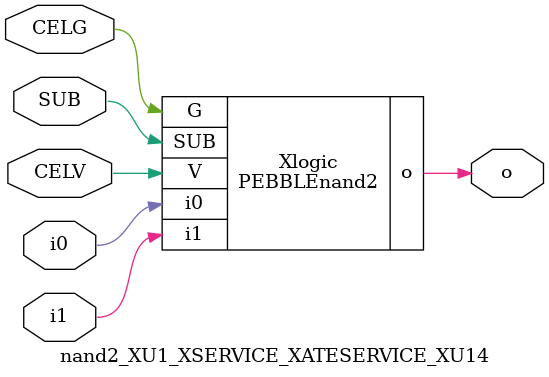
<source format=v>



module PEBBLEnand2 ( o, G, SUB, V, i0, i1 );

  input i0;
  input V;
  input i1;
  input G;
  output o;
  input SUB;
endmodule

//Celera Confidential Do Not Copy nand2_XU1_XSERVICE_XATESERVICE_XU14
//Celera Confidential Symbol Generator
//5V NAND2
module nand2_XU1_XSERVICE_XATESERVICE_XU14 (CELV,CELG,i0,i1,o,SUB);
input CELV;
input CELG;
input i0;
input i1;
input SUB;
output o;

//Celera Confidential Do Not Copy nand2
PEBBLEnand2 Xlogic(
.V (CELV),
.i0 (i0),
.i1 (i1),
.o (o),
.SUB (SUB),
.G (CELG)
);
//,diesize,PEBBLEnand2

//Celera Confidential Do Not Copy Module End
//Celera Schematic Generator
endmodule

</source>
